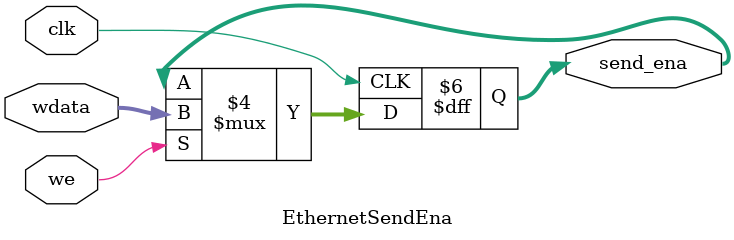
<source format=v>
module EthernetSendEna(
	input clk,
	input [31:0]wdata,
	input we,
	output reg [31:0]send_ena = 32'b0
);
	always @(negedge clk) begin
		if(we) begin
			send_ena <= wdata;
		end else begin
			send_ena <= send_ena;
		end
	end
endmodule
</source>
